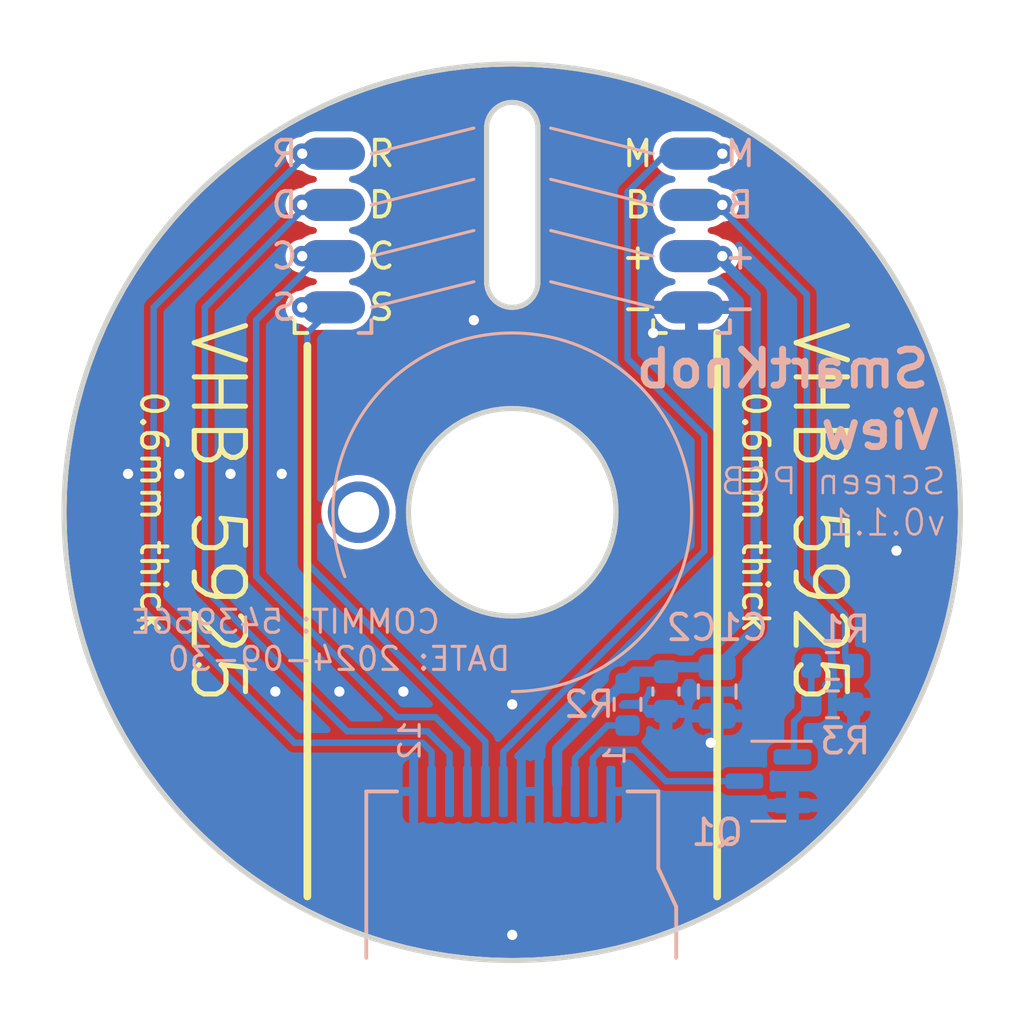
<source format=kicad_pcb>
(kicad_pcb (version 20240108) (generator "pcbnew") (generator_version "8.0")
  (layers (0 "F.Cu" signal) (31 "B.Cu" signal) (34 "B.Paste" user) (35 "F.Paste" user) (36 "B.SilkS" user "B.Silkscreen") (37 "F.SilkS" user "F.Silkscreen") (38 "B.Mask" user) (39 "F.Mask" user) (44 "Edge.Cuts" user))
  (property "COMMIT_DATE" "2024-09-30")
  (property "COMMIT_DATE_LONG" "YYYY-MM-DD HH:MM:SS TZ")
  (property "COMMIT_HASH" "543956E")
  (property "RELEASE_VERSION" "v0.1.1")
  (net 0 "")
  (net 1 "GND")
  (net 2 "/VDD")
  (net 3 "/DC")
  (net 4 "/BACKLIGHT_EN")
  (net 5 "/nRESET")
  (net 6 "/MOSI")
  (net 7 "/SCK")
  (net 8 "/nCS")
  (net 9 "/LEDA")
  (net 10 "/LEDK")
  (net 11 "Net-(Q1-Pad1)")
  (footprint "Holes:AlignmentHole_1.6" (layer "F.Cu") (at 94 100)
    (property "Reference" "H1" (hide yes))
    (property "Value" "AlignmentHole" (hide yes))
    (pad "1" thru_hole circle (at 0 0) (size 2.4 2.4) (drill 1.6) (layers "*.Cu" "*.Mask"))
  )
  (footprint "SolderPads:SolderPads_2mm_4" (layer "F.Cu") (at 93 92 90)
    (property "Reference" "J5" (hide yes))
    (property "Value" "Conn_01x04")
    (fp_line (start -0.5 -1.5) (end -1 -1.5) (stroke (width 0.15)) (layer "F.SilkS"))
    (fp_line (start -1 -1.5) (end -1 -1) (stroke (width 0.15)) (layer "F.SilkS"))
    (pad "1" smd oval (at 0 0 90) (size 1.25 2.5) (layers "F.Cu" "F.Mask") (net 8 "/nCS"))
    (pad "2" smd oval (at 2 0 90) (size 1.25 2.5) (layers "F.Cu" "F.Mask") (net 7 "/SCK"))
    (pad "3" smd oval (at 4 0 90) (size 1.25 2.5) (layers "F.Cu" "F.Mask") (net 6 "/MOSI"))
    (pad "4" smd oval (at 6 0 90) (size 1.25 2.5) (layers "F.Cu" "F.Mask") (net 5 "/nRESET"))
  )
  (footprint "SolderPads:SolderPads_2mm_4" (layer "F.Cu") (at 107 92 90)
    (property "Reference" "J4" (hide yes))
    (property "Value" "Conn_01x04")
    (fp_line (start -0.5 -1.5) (end -1 -1.5) (stroke (width 0.15)) (layer "F.SilkS"))
    (fp_line (start -1 -1.5) (end -1 -1) (stroke (width 0.15)) (layer "F.SilkS"))
    (pad "1" smd oval (at 0 0 90) (size 1.25 2.5) (layers "F.Cu" "F.Mask") (net 1 "GND"))
    (pad "2" smd oval (at 2 0 90) (size 1.25 2.5) (layers "F.Cu" "F.Mask") (net 2 "/VDD"))
    (pad "3" smd oval (at 4 0 90) (size 1.25 2.5) (layers "F.Cu" "F.Mask") (net 4 "/BACKLIGHT_EN"))
    (pad "4" smd oval (at 6 0 90) (size 1.25 2.5) (layers "F.Cu" "F.Mask") (net 3 "/DC"))
  )
  (footprint "LCD_GC9A01:GC9A01Round1.28" (layer "B.Cu") (at 100 110.9 90)
    (property "Reference" "J2" (hide yes))
    (property "Value" "GC9A01")
    (fp_line (start 0 -5.7) (end -6.5 -5.7) (stroke (width 0.15)) (layer "B.SilkS"))
    (fp_line (start 0 -5.7) (end 0 -4.5) (stroke (width 0.15)) (layer "B.SilkS"))
    (fp_line (start 0 5.7) (end 0 4.5) (stroke (width 0.15)) (layer "B.SilkS"))
    (fp_line (start 0 5.7) (end -3 5.7) (stroke (width 0.15)) (layer "B.SilkS"))
    (fp_line (start -4.5 6.4) (end -3 5.7) (stroke (width 0.15)) (layer "B.SilkS"))
    (fp_line (start -6.5 6.4) (end -4.5 6.4) (stroke (width 0.15)) (layer "B.SilkS"))
    (fp_text user "12" (at 2 -4 90) (layer "B.SilkS") (effects (font (size 0.8 0.8) (thickness 0.12)) (justify mirror)))
    (fp_text user "1" (at 1.4 4 90) (layer "B.SilkS") (effects (font (size 0.8 0.8) (thickness 0.12)) (justify mirror)))
    (pad "1" smd roundrect (at 0 3.85 90) (size 2 0.35) (layers "B.Cu" "B.Paste" "B.Mask") (net 1 "GND"))
    (pad "2" smd roundrect (at 0 3.15 90) (size 2 0.35) (layers "B.Cu" "B.Paste" "B.Mask") (net 10 "/LEDK"))
    (pad "3" smd roundrect (at 0 2.45 90) (size 2 0.35) (layers "B.Cu" "B.Paste" "B.Mask") (net 9 "/LEDA"))
    (pad "4" smd roundrect (at 0 1.75 90) (size 2 0.35) (layers "B.Cu" "B.Paste" "B.Mask") (net 2 "/VDD"))
    (pad "5" smd roundrect (at 0 1.05 90) (size 2 0.35) (layers "B.Cu" "B.Paste" "B.Mask") (net 1 "GND"))
    (pad "6" smd roundrect (at 0 0.35 90) (size 2 0.35) (layers "B.Cu" "B.Paste" "B.Mask") (net 1 "GND"))
    (pad "7" smd roundrect (at 0 -0.35 90) (size 2 0.35) (layers "B.Cu" "B.Paste" "B.Mask") (net 3 "/DC"))
    (pad "8" smd roundrect (at 0 -1.05 90) (size 2 0.35) (layers "B.Cu" "B.Paste" "B.Mask") (net 8 "/nCS"))
    (pad "9" smd roundrect (at 0 -1.75 90) (size 2 0.35) (layers "B.Cu" "B.Paste" "B.Mask") (net 7 "/SCK"))
    (pad "10" smd roundrect (at 0 -2.45 90) (size 2 0.35) (layers "B.Cu" "B.Paste" "B.Mask") (net 6 "/MOSI"))
    (pad "11" smd roundrect (at 0 -3.15 90) (size 2 0.35) (layers "B.Cu" "B.Paste" "B.Mask") (net 5 "/nRESET"))
    (pad "12" smd roundrect (at 0 -3.85 90) (size 2 0.35) (layers "B.Cu" "B.Paste" "B.Mask") (net 1 "GND"))
  )
  (footprint "Package_TO_SOT_SMD:SOT-23" (layer "B.Cu") (at 110 110.5 180)
    (property "Reference" "Q1" (at 2 -2 180) (layer "B.SilkS") (effects (justify mirror)))
    (property "Value" "2N7002")
    (fp_line (start 0 1.56) (end 0.65 1.56) (stroke (width 0.12)) (layer "B.SilkS"))
    (fp_line (start 0 1.56) (end -1.675 1.56) (stroke (width 0.12)) (layer "B.SilkS"))
    (fp_line (start 0 -1.56) (end 0.65 -1.56) (stroke (width 0.12)) (layer "B.SilkS"))
    (fp_line (start 0 -1.56) (end -0.65 -1.56) (stroke (width 0.12)) (layer "B.SilkS"))
    (pad "1" smd roundrect (at -0.9375 0.95 180) (size 1.475 0.6) (layers "B.Cu" "B.Paste" "B.Mask") (net 11 "Net-(Q1-Pad1)"))
    (pad "2" smd roundrect (at -0.9375 -0.95 180) (size 1.475 0.6) (layers "B.Cu" "B.Paste" "B.Mask") (net 1 "GND"))
    (pad "3" smd roundrect (at 0.9375 0 180) (size 1.475 0.6) (layers "B.Cu" "B.Paste" "B.Mask") (net 10 "/LEDK"))
  )
  (footprint "Resistor_SMD:R_0603_1608Metric" (layer "B.Cu") (at 112.5 106 180)
    (property "Reference" "R1" (at -0.5 1.43 0) (layer "B.SilkS") (effects (justify mirror)))
    (property "Value" "10k")
    (fp_line (start -0.237258 0.5225) (end 0.237258 0.5225) (stroke (width 0.12)) (layer "B.SilkS"))
    (fp_line (start -0.237258 -0.5225) (end 0.237258 -0.5225) (stroke (width 0.12)) (layer "B.SilkS"))
    (pad "1" smd roundrect (at -0.825 0 180) (size 0.8 0.95) (layers "B.Cu" "B.Paste" "B.Mask") (net 4 "/BACKLIGHT_EN"))
    (pad "2" smd roundrect (at 0.825 0 180) (size 0.8 0.95) (layers "B.Cu" "B.Paste" "B.Mask") (net 11 "Net-(Q1-Pad1)"))
  )
  (footprint "Resistor_SMD:R_0603_1608Metric" (layer "B.Cu") (at 104.5 107.5 -90)
    (property "Reference" "R2" (at 0 1.5 0) (layer "B.SilkS") (effects (justify mirror)))
    (property "Value" "22R")
    (fp_line (start -0.237258 0.5225) (end 0.237258 0.5225) (stroke (width 0.12)) (layer "B.SilkS"))
    (fp_line (start -0.237258 -0.5225) (end 0.237258 -0.5225) (stroke (width 0.12)) (layer "B.SilkS"))
    (pad "1" smd roundrect (at -0.825 0 270) (size 0.8 0.95) (layers "B.Cu" "B.Paste" "B.Mask") (net 2 "/VDD"))
    (pad "2" smd roundrect (at 0.825 0 270) (size 0.8 0.95) (layers "B.Cu" "B.Paste" "B.Mask") (net 9 "/LEDA"))
  )
  (footprint "Resistor_SMD:R_0603_1608Metric" (layer "B.Cu") (at 112.5 107.5)
    (property "Reference" "R3" (at 0.5 1.43 0) (layer "B.SilkS") (effects (justify mirror)))
    (property "Value" "1M")
    (fp_line (start -0.237258 -0.5225) (end 0.237258 -0.5225) (stroke (width 0.12)) (layer "B.SilkS"))
    (fp_line (start -0.237258 0.5225) (end 0.237258 0.5225) (stroke (width 0.12)) (layer "B.SilkS"))
    (pad "1" smd roundrect (at -0.825 0) (size 0.8 0.95) (layers "B.Cu" "B.Paste" "B.Mask") (net 11 "Net-(Q1-Pad1)"))
    (pad "2" smd roundrect (at 0.825 0) (size 0.8 0.95) (layers "B.Cu" "B.Paste" "B.Mask") (net 1 "GND"))
  )
  (footprint "Capacitor_SMD:C_0603_1608Metric" (layer "B.Cu") (at 106 107 -90)
    (property "Reference" "C2" (at -2.5 -1 0) (layer "B.SilkS") (effects (justify mirror)))
    (property "Value" "0.1uF")
    (fp_line (start -0.14058 0.51) (end 0.14058 0.51) (stroke (width 0.12)) (layer "B.SilkS"))
    (fp_line (start -0.14058 -0.51) (end 0.14058 -0.51) (stroke (width 0.12)) (layer "B.SilkS"))
    (pad "1" smd roundrect (at -0.775 0 270) (size 0.9 0.95) (layers "B.Cu" "B.Paste" "B.Mask") (net 2 "/VDD"))
    (pad "2" smd roundrect (at 0.775 0 270) (size 0.9 0.95) (layers "B.Cu" "B.Paste" "B.Mask") (net 1 "GND"))
  )
  (footprint "Capacitor_SMD:C_0805_2012Metric" (layer "B.Cu") (at 108 107 -90)
    (property "Reference" "C1" (at -2.5 -1 0) (layer "B.SilkS") (effects (justify mirror)))
    (property "Value" "22uF")
    (fp_line (start -0.261252 0.735) (end 0.261252 0.735) (stroke (width 0.12)) (layer "B.SilkS"))
    (fp_line (start -0.261252 -0.735) (end 0.261252 -0.735) (stroke (width 0.12)) (layer "B.SilkS"))
    (pad "1" smd roundrect (at -0.95 0 270) (size 1 1.45) (layers "B.Cu" "B.Paste" "B.Mask") (net 2 "/VDD"))
    (pad "2" smd roundrect (at 0.95 0 270) (size 1 1.45) (layers "B.Cu" "B.Paste" "B.Mask") (net 1 "GND"))
  )
  (footprint "SolderPads:SolderPads_2mm_4" (layer "B.Cu") (at 93 92 90)
    (property "Reference" "J3" (hide yes))
    (property "Value" "Conn_01x04")
    (fp_line (start -0.5 1.5) (end -1 1.5) (stroke (width 0.15)) (layer "B.SilkS"))
    (fp_line (start -1 1.5) (end -1 1) (stroke (width 0.15)) (layer "B.SilkS"))
    (pad "1" smd oval (at 0 0 90) (size 1.25 2.5) (layers "B.Cu" "B.Mask") (net 8 "/nCS"))
    (pad "2" smd oval (at 2 0 90) (size 1.25 2.5) (layers "B.Cu" "B.Mask") (net 7 "/SCK"))
    (pad "3" smd oval (at 4 0 90) (size 1.25 2.5) (layers "B.Cu" "B.Mask") (net 6 "/MOSI"))
    (pad "4" smd oval (at 6 0 90) (size 1.25 2.5) (layers "B.Cu" "B.Mask") (net 5 "/nRESET"))
  )
  (footprint "SolderPads:SolderPads_2mm_4" (layer "B.Cu") (at 107 92 90)
    (property "Reference" "J1" (hide yes))
    (property "Value" "Conn_01x04")
    (fp_line (start -0.5 1.5) (end -1 1.5) (stroke (width 0.15)) (layer "B.SilkS"))
    (fp_line (start -1 1.5) (end -1 1) (stroke (width 0.15)) (layer "B.SilkS"))
    (pad "1" smd oval (at 0 0 90) (size 1.25 2.5) (layers "B.Cu" "B.Mask") (net 1 "GND"))
    (pad "2" smd oval (at 2 0 90) (size 1.25 2.5) (layers "B.Cu" "B.Mask") (net 2 "/VDD"))
    (pad "3" smd oval (at 4 0 90) (size 1.25 2.5) (layers "B.Cu" "B.Mask") (net 4 "/BACKLIGHT_EN"))
    (pad "4" smd oval (at 6 0 90) (size 1.25 2.5) (layers "B.Cu" "B.Mask") (net 3 "/DC"))
  )
  (gr_arc (start 93.466581 102.512854) (mid 103.962955 94.229819) (end 100 107) (stroke (width 0.12)) (layer "B.SilkS"))
  (gr_line (start 98.5 85) (end 94.5 86) (stroke (width 0.12)) (layer "B.SilkS"))
  (gr_line (start 98.5 91) (end 94.5 92) (stroke (width 0.12)) (layer "B.SilkS"))
  (gr_line (start 101.5 85) (end 105.5 86) (stroke (width 0.12)) (layer "B.SilkS"))
  (gr_line (start 101.5 91) (end 105.5 92) (stroke (width 0.12)) (layer "B.SilkS"))
  (gr_line (start 101.5 89) (end 105.5 90) (stroke (width 0.12)) (layer "B.SilkS"))
  (gr_line (start 101.5 87) (end 105.5 88) (stroke (width 0.12)) (layer "B.SilkS"))
  (gr_line (start 98.5 87) (end 94.5 88) (stroke (width 0.12)) (layer "B.SilkS"))
  (gr_line (start 98.5 89) (end 94.5 90) (stroke (width 0.12)) (layer "B.SilkS"))
  (gr_line (start 92 93.5) (end 92 115) (stroke (width 0.3)) (layer "F.SilkS"))
  (gr_line (start 108 93) (end 108 115) (stroke (width 0.3)) (layer "F.SilkS"))
  (gr_arc (start 101 91) (mid 100 92) (end 99 91) (stroke (width 0.2)) (layer "Edge.Cuts"))
  (gr_line (start 99 85) (end 99 91) (stroke (width 0.2)) (layer "Edge.Cuts"))
  (gr_line (start 101 91) (end 101 85) (stroke (width 0.2)) (layer "Edge.Cuts"))
  (gr_arc (start 99 85) (mid 100 84) (end 101 85) (stroke (width 0.2)) (layer "Edge.Cuts"))
  (gr_circle (center 100 100) (end 117.5 100) (stroke (width 0.2)) (fill none) (layer "Edge.Cuts"))
  (gr_circle (center 100 100) (end 104.05 100) (stroke (width 0.2)) (fill none) (layer "Edge.Cuts"))
  (gr_text "    COMMIT: ${COMMIT_HASH}\nDATE: ${COMMIT_DATE}\n" (at 100 105 0) (layer "B.SilkS") (effects (font (size 0.9 0.9) (thickness 0.12)) (justify left mirror)))
  (gr_text "SmartKnob" (at 116.4 94.4 0) (layer "B.SilkS") (effects (font (size 1.4 1.4) (thickness 0.27)) (justify left mirror)))
  (gr_text "View" (at 116.8 96.8 0) (layer "B.SilkS") (effects (font (size 1.4 1.4) (thickness 0.27)) (justify left mirror)))
  (gr_text "R" (at 91.1 86 0) (layer "B.SilkS") (effects (font (size 1 1)) (justify mirror)))
  (gr_text "M" (at 108.9 86 0) (layer "B.SilkS") (effects (font (size 1 1)) (justify mirror)))
  (gr_text "S" (at 91.1 92 0) (layer "B.SilkS") (effects (font (size 1 1)) (justify mirror)))
  (gr_text "-" (at 108.9 92 0) (layer "B.SilkS") (effects (font (size 1 1)) (justify mirror)))
  (gr_text "D" (at 91.1 88 0) (layer "B.SilkS") (effects (font (size 1 1)) (justify mirror)))
  (gr_text "+" (at 108.9 90 0) (layer "B.SilkS") (effects (font (size 1 1)) (justify mirror)))
  (gr_text "Screen PCB\n${RELEASE_VERSION}" (at 117 99.6 0) (layer "B.SilkS") (effects (font (size 1 1) (thickness 0.1)) (justify left mirror)))
  (gr_text "C" (at 91.1 90 0) (layer "B.SilkS") (effects (font (size 1 1)) (justify mirror)))
  (gr_text "B" (at 108.9 88 0) (layer "B.SilkS") (effects (font (size 1 1)) (justify mirror)))
  (gr_text "0.6mm thick" (at 86 100 -90) (layer "F.SilkS") (effects (font (size 1 1))))
  (gr_text "VHB 5925" (at 88.5 100 -90) (layer "F.SilkS") (effects (font (size 2 2) (thickness 0.2))))
  (gr_text "D" (at 94.9 88 0) (layer "F.SilkS") (effects (font (size 1 1))))
  (gr_text "C" (at 94.9 90 0) (layer "F.SilkS") (effects (font (size 1 1))))
  (gr_text "S" (at 94.9 92 0) (layer "F.SilkS") (effects (font (size 1 1))))
  (gr_text "R" (at 94.9 86 0) (layer "F.SilkS") (effects (font (size 1 1))))
  (gr_text "-" (at 104.9 92 0) (layer "F.SilkS") (effects (font (size 1 1))))
  (gr_text "+" (at 104.9 90 0) (layer "F.SilkS") (effects (font (size 1 1))))
  (gr_text "M" (at 104.9 86 0) (layer "F.SilkS") (effects (font (size 1 1))))
  (gr_text "B" (at 104.9 88 0) (layer "F.SilkS") (effects (font (size 1 1))))
  (gr_text "0.6mm thick" (at 109.5 100 -90) (layer "F.SilkS") (effects (font (size 1 1))))
  (gr_text "VHB 5925" (at 112 100 -90) (layer "F.SilkS") (effects (font (size 2 2) (thickness 0.2))))
  (via (at 93.25 107) (size 0.8) (drill 0.4) (layers "F.Cu" "B.Cu") (net 1))
  (via (at 85 98.5) (size 0.8) (drill 0.4) (layers "F.Cu" "B.Cu") (net 1))
  (via (at 107.75 109) (size 0.8) (drill 0.4) (layers "F.Cu" "B.Cu") (net 1))
  (via (at 105.5 93) (size 0.8) (drill 0.4) (layers "F.Cu" "B.Cu") (net 1))
  (via (at 91 98.5) (size 0.8) (drill 0.4) (layers "F.Cu" "B.Cu") (net 1))
  (via (at 115 101.5) (size 0.8) (drill 0.4) (layers "F.Cu" "B.Cu") (net 1))
  (via (at 100 116.5) (size 0.8) (drill 0.4) (layers "F.Cu" "B.Cu") (net 1))
  (via (at 89 98.5) (size 0.8) (drill 0.4) (layers "F.Cu" "B.Cu") (net 1))
  (via (at 95.75 107) (size 0.8) (drill 0.4) (layers "F.Cu" "B.Cu") (net 1))
  (via (at 87 98.5) (size 0.8) (drill 0.4) (layers "F.Cu" "B.Cu") (net 1))
  (via (at 90.75 107) (size 0.8) (drill 0.4) (layers "F.Cu" "B.Cu") (net 1))
  (via (at 100 107.5) (size 0.8) (drill 0.4) (layers "F.Cu" "B.Cu") (net 1))
  (via (at 98.5 92.5) (size 0.8) (drill 0.4) (layers "F.Cu" "B.Cu") (net 1))
  (via (at 108.2 90) (size 0.8) (drill 0.4) (layers "F.Cu" "B.Cu") (net 2))
  (segment (start 101.75 109.25) (end 101.75 110.6) (width 0.4) (layer "B.Cu") (net 2))
  (segment (start 108 90) (end 109.5 91.5) (width 0.4) (layer "B.Cu") (net 2))
  (segment (start 109.5 104.55) (end 108 106.05) (width 0.4) (layer "B.Cu") (net 2))
  (segment (start 109.5 91.5) (end 109.5 104.55) (width 0.4) (layer "B.Cu") (net 2))
  (segment (start 106 106.225) (end 104.775 106.225) (width 0.4) (layer "B.Cu") (net 2))
  (segment (start 106.175 106.05) (end 106 106.225) (width 0.25) (layer "B.Cu") (net 2))
  (segment (start 108 106.05) (end 106.175 106.05) (width 0.4) (layer "B.Cu") (net 2))
  (segment (start 104.775 106.225) (end 101.75 109.25) (width 0.4) (layer "B.Cu") (net 2))
  (segment (start 108 90) (end 107 90) (width 0.4) (layer "B.Cu") (net 2))
  (via (at 108.2 86) (size 0.8) (drill 0.4) (layers "F.Cu" "B.Cu") (net 3))
  (segment (start 107.5 101.5) (end 107.5 97) (width 0.25) (layer "B.Cu") (net 3))
  (segment (start 99.65 110.6) (end 99.65 109.35) (width 0.25) (layer "B.Cu") (net 3))
  (segment (start 104.5 87.5) (end 106 86) (width 0.25) (layer "B.Cu") (net 3))
  (segment (start 106 86) (end 107 86) (width 0.25) (layer "B.Cu") (net 3))
  (segment (start 104.5 94) (end 104.5 87.5) (width 0.25) (layer "B.Cu") (net 3))
  (segment (start 99.65 109.35) (end 107.5 101.5) (width 0.25) (layer "B.Cu") (net 3))
  (segment (start 107.5 97) (end 104.5 94) (width 0.25) (layer "B.Cu") (net 3))
  (via (at 108.2 88) (size 0.8) (drill 0.4) (layers "F.Cu" "B.Cu") (net 4))
  (segment (start 113 105.675) (end 113.325 106) (width 0.25) (layer "B.Cu") (net 4))
  (segment (start 113 104) (end 113 105.675) (width 0.25) (layer "B.Cu") (net 4))
  (segment (start 111.5 102.5) (end 113 104) (width 0.25) (layer "B.Cu") (net 4))
  (segment (start 107 88) (end 108 88) (width 0.25) (layer "B.Cu") (net 4))
  (segment (start 111.5 91.5) (end 111.5 102.5) (width 0.25) (layer "B.Cu") (net 4))
  (segment (start 108 88) (end 111.5 91.5) (width 0.25) (layer "B.Cu") (net 4))
  (via (at 91.8 86) (size 0.8) (drill 0.4) (layers "F.Cu" "B.Cu") (net 5))
  (segment (start 96.5 109) (end 91.5 109) (width 0.25) (layer "B.Cu") (net 5))
  (segment (start 96.85 109.35) (end 96.5 109) (width 0.25) (layer "B.Cu") (net 5))
  (segment (start 96.85 110.6) (end 96.85 109.35) (width 0.25) (layer "B.Cu") (net 5))
  (segment (start 91.5 109) (end 86 103.5) (width 0.25) (layer "B.Cu") (net 5))
  (segment (start 86 103.5) (end 86 92) (width 0.25) (layer "B.Cu") (net 5))
  (segment (start 86 92) (end 92 86) (width 0.25) (layer "B.Cu") (net 5))
  (segment (start 92 86) (end 93 86) (width 0.25) (layer "B.Cu") (net 5))
  (via (at 91.8 88) (size 0.8) (drill 0.4) (layers "F.Cu" "B.Cu") (net 6))
  (segment (start 88 103) (end 93.549991 108.549991) (width 0.25) (layer "B.Cu") (net 6))
  (segment (start 93.549991 108.549991) (end 96.686401 108.549991) (width 0.25) (layer "B.Cu") (net 6))
  (segment (start 92 88) (end 88 92) (width 0.25) (layer "B.Cu") (net 6))
  (segment (start 88 92) (end 88 103) (width 0.25) (layer "B.Cu") (net 6))
  (segment (start 96.686401 108.549991) (end 97.55 109.413589) (width 0.25) (layer "B.Cu") (net 6))
  (segment (start 93 88) (end 92 88) (width 0.25) (layer "B.Cu") (net 6))
  (segment (start 97.55 109.413589) (end 97.55 110.6) (width 0.25) (layer "B.Cu") (net 6))
  (via (at 91.8 90) (size 0.8) (drill 0.4) (layers "F.Cu" "B.Cu") (net 7))
  (segment (start 92.5 90) (end 93 90) (width 0.25) (layer "B.Cu") (net 7))
  (segment (start 98.25 110.6) (end 98.25 109.25) (width 0.25) (layer "B.Cu") (net 7))
  (segment (start 95.5 108) (end 90 102.5) (width 0.25) (layer "B.Cu") (net 7))
  (segment (start 97 108) (end 95.5 108) (width 0.25) (layer "B.Cu") (net 7))
  (segment (start 98.25 109.25) (end 97 108) (width 0.25) (layer "B.Cu") (net 7))
  (segment (start 90 102.5) (end 90 92.5) (width 0.25) (layer "B.Cu") (net 7))
  (segment (start 90 92.5) (end 92.5 90) (width 0.25) (layer "B.Cu") (net 7))
  (via (at 91.8 92) (size 0.8) (drill 0.4) (layers "F.Cu" "B.Cu") (net 8))
  (segment (start 92 93) (end 93 92) (width 0.25) (layer "B.Cu") (net 8))
  (segment (start 92 102) (end 92 93) (width 0.25) (layer "B.Cu") (net 8))
  (segment (start 98.95 110.6) (end 98.95 108.95) (width 0.25) (layer "B.Cu") (net 8))
  (segment (start 98.95 108.95) (end 92 102) (width 0.25) (layer "B.Cu") (net 8))
  (segment (start 103.725 108.325) (end 104.5 108.325) (width 0.25) (layer "B.Cu") (net 9))
  (segment (start 102.45 109.6) (end 103.725 108.325) (width 0.25) (layer "B.Cu") (net 9))
  (segment (start 102.45 110.6) (end 102.45 109.6) (width 0.25) (layer "B.Cu") (net 9))
  (segment (start 103.15 109.6) (end 103.47501 109.27499) (width 0.25) (layer "B.Cu") (net 10))
  (segment (start 104.77499 109.27499) (end 106 110.5) (width 0.25) (layer "B.Cu") (net 10))
  (segment (start 103.47501 109.27499) (end 104.77499 109.27499) (width 0.25) (layer "B.Cu") (net 10))
  (segment (start 103.15 110.6) (end 103.15 109.6) (width 0.25) (layer "B.Cu") (net 10))
  (segment (start 106 110.5) (end 109 110.5) (width 0.25) (layer "B.Cu") (net 10))
  (segment (start 111 108.175) (end 111.675 107.5) (width 0.25) (layer "B.Cu") (net 11))
  (segment (start 111.675 106) (end 111.675 107.5) (width 0.25) (layer "B.Cu") (net 11))
  (segment (start 111 109.55) (end 111 108.175) (width 0.25) (layer "B.Cu") (net 11))
  (zone (net 1) (net_name "GND") (layer "F.Cu") (connect_pads (clearance 0.254)) (min_thickness 0.254) (fill yes (thermal_gap 0.254) (thermal_bridge_width 0.508))
    (polygon (pts (xy 120 120) (xy 80 120) (xy 80 80) (xy 120 80)))
  )
  (zone (net 1) (net_name "GND") (layer "B.Cu") (connect_pads (clearance 0.254)) (min_thickness 0.254) (fill yes (thermal_gap 0.254) (thermal_bridge_width 0.508))
    (polygon (pts (xy 120 120) (xy 80 120) (xy 80 80) (xy 120 80)))
  )
)
</source>
